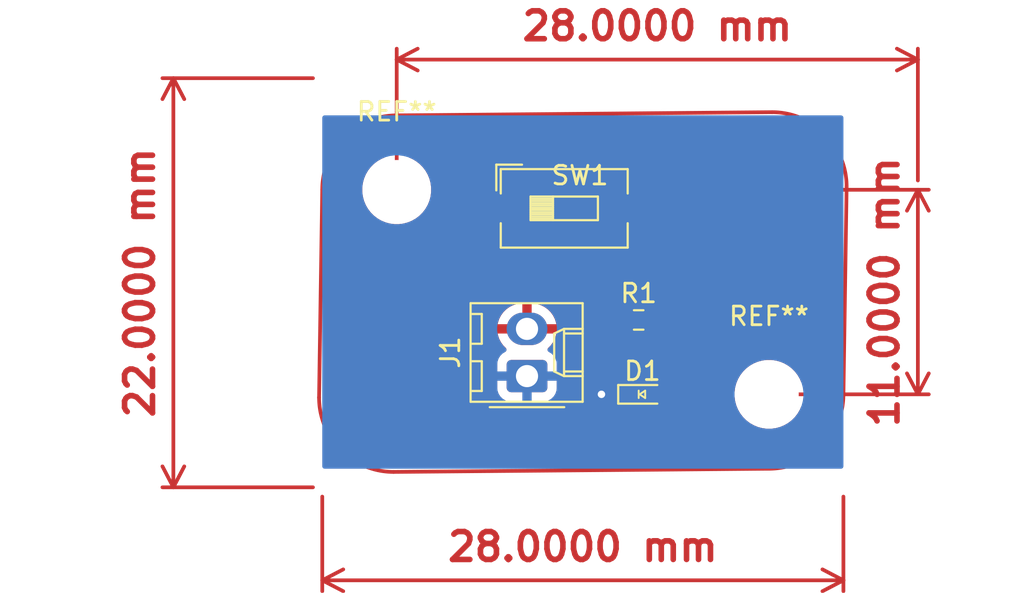
<source format=kicad_pcb>
(kicad_pcb (version 20240108) (generator "pcbnew") (generator_version "8.0")
  (title_block (title "LED Project") (date "2025-9-14") (rev "1.0") (company "Illini Solar Car") (comment 1 "Designed By: Rushil Ramachandran"))
  (layers (0 "F.Cu" signal) (31 "B.Cu" signal) (34 "B.Paste" user) (35 "F.Paste" user) (36 "B.SilkS" user "B.Silkscreen") (37 "F.SilkS" user "F.Silkscreen") (38 "B.Mask" user) (39 "F.Mask" user) (44 "Edge.Cuts" user))
  (net 0 "")
  (net 1 "GND")
  (net 2 "Net-(D1-A)")
  (net 3 "+3V3")
  (net 4 "Net-(R1-Pad1)")
  (footprint "layout:LED_0603_Symbol_on_F.SilkS" (layer "F.Cu") (at 139.2 107)
    (property "Reference" "D1" (at 0 -1.25 0) (layer "F.SilkS"))
    (property "Value" "LED_RED")
    (fp_line (start -1.3 -0.5) (end -1.3 0.5) (stroke (width 0.12)) (layer "F.SilkS"))
    (fp_line (start -1.3 -0.5) (end 0.8 -0.5) (stroke (width 0.12)) (layer "F.SilkS"))
    (fp_line (start -1.3 0.5) (end 0.8 0.5) (stroke (width 0.12)) (layer "F.SilkS"))
    (fp_line (start -0.2 -0.2) (end -0.2 0.2) (stroke (width 0.1)) (layer "F.SilkS"))
    (fp_line (start -0.15 0) (end 0.15 -0.2) (stroke (width 0.1)) (layer "F.SilkS"))
    (fp_line (start 0.15 -0.2) (end 0.15 0.2) (stroke (width 0.1)) (layer "F.SilkS"))
    (fp_line (start 0.15 0.2) (end -0.15 0) (stroke (width 0.1)) (layer "F.SilkS"))
    (pad "1" smd rect (at -0.8 0 180) (size 0.8 0.8) (layers "F.Cu" "F.Paste" "F.Mask") (net 1 "GND"))
    (pad "2" smd rect (at 0.8 0 180) (size 0.8 0.8) (layers "F.Cu" "F.Paste" "F.Mask") (net 2 "Net-(D1-A)"))
  )
  (footprint "MountingHole:MountingHole_3.2mm_M3" (layer "F.Cu") (at 126 96)
    (property "Reference" "REF**" (at 0 -4.2 0) (layer "F.SilkS"))
    (property "Value" "MountingHole_3.2mm_M3")
    (pad "" np_thru_hole circle (at 0 0) (size 3.2 3.2) (drill 3.2) (layers "*.Cu" "*.Mask"))
  )
  (footprint "MountingHole:MountingHole_3.2mm_M3" (layer "F.Cu") (at 146 107)
    (property "Reference" "REF**" (at 0 -4.2 0) (layer "F.SilkS"))
    (property "Value" "MountingHole_3.2mm_M3")
    (pad "" np_thru_hole circle (at 0 0) (size 3.2 3.2) (drill 3.2) (layers "*.Cu" "*.Mask"))
  )
  (footprint "Connector_Molex:Molex_KK-254_AE-6410-02A_1x02_P2.54mm_Vertical" (layer "F.Cu") (at 133 106.02 90)
    (property "Reference" "J1" (at 1.27 -4.12 90) (layer "F.SilkS"))
    (property "Value" "Conn_01x02")
    (fp_line (start 3.92 -3.03) (end -1.38 -3.03) (stroke (width 0.12)) (layer "F.SilkS"))
    (fp_line (start 1.74 -3.03) (end 1.74 -2.43) (stroke (width 0.12)) (layer "F.SilkS"))
    (fp_line (start -0.8 -3.03) (end -0.8 -2.43) (stroke (width 0.12)) (layer "F.SilkS"))
    (fp_line (start -1.38 -3.03) (end -1.38 2.99) (stroke (width 0.12)) (layer "F.SilkS"))
    (fp_line (start 3.34 -2.43) (end 3.34 -3.03) (stroke (width 0.12)) (layer "F.SilkS"))
    (fp_line (start 1.74 -2.43) (end 3.34 -2.43) (stroke (width 0.12)) (layer "F.SilkS"))
    (fp_line (start 0.8 -2.43) (end 0.8 -3.03) (stroke (width 0.12)) (layer "F.SilkS"))
    (fp_line (start -0.8 -2.43) (end 0.8 -2.43) (stroke (width 0.12)) (layer "F.SilkS"))
    (fp_line (start -1.67 -2) (end -1.67 2) (stroke (width 0.12)) (layer "F.SilkS"))
    (fp_line (start 2.29 1.46) (end 2.54 1.99) (stroke (width 0.12)) (layer "F.SilkS"))
    (fp_line (start 0.25 1.46) (end 2.29 1.46) (stroke (width 0.12)) (layer "F.SilkS"))
    (fp_line (start 2.54 1.99) (end 2.54 2.99) (stroke (width 0.12)) (layer "F.SilkS"))
    (fp_line (start 0 1.99) (end 0.25 1.46) (stroke (width 0.12)) (layer "F.SilkS"))
    (fp_line (start 0 1.99) (end 2.54 1.99) (stroke (width 0.12)) (layer "F.SilkS"))
    (fp_line (start 3.92 2.99) (end 3.92 -3.03) (stroke (width 0.12)) (layer "F.SilkS"))
    (fp_line (start 2.29 2.99) (end 2.29 1.99) (stroke (width 0.12)) (layer "F.SilkS"))
    (fp_line (start 0.25 2.99) (end 0.25 1.99) (stroke (width 0.12)) (layer "F.SilkS"))
    (fp_line (start 0 2.99) (end 0 1.99) (stroke (width 0.12)) (layer "F.SilkS"))
    (fp_line (start -1.38 2.99) (end 3.92 2.99) (stroke (width 0.12)) (layer "F.SilkS"))
    (pad "1" thru_hole roundrect (at 0 0 90) (size 1.74 2.19) (drill 1.19) (layers "*.Cu" "*.Mask") (roundrect_rratio 0.143678) (net 1 "GND"))
    (pad "2" thru_hole oval (at 2.54 0 90) (size 1.74 2.19) (drill 1.19) (layers "*.Cu" "*.Mask") (net 3 "+3V3"))
  )
  (footprint "Button_Switch_SMD:SW_DIP_SPSTx01_Slide_6.7x4.1mm_W6.73mm_P2.54mm_LowProfile_JPin" (layer "F.Cu") (at 135 97)
    (property "Reference" "SW1" (at 0.8425 -1.7675 0) (layer "F.SilkS"))
    (property "Value" "SW_Push")
    (fp_line (start -3.65 -2.35) (end -3.65 -0.967) (stroke (width 0.12)) (layer "F.SilkS"))
    (fp_line (start -3.65 -2.35) (end -2.267 -2.35) (stroke (width 0.12)) (layer "F.SilkS"))
    (fp_line (start -3.41 -2.11) (end -3.41 -0.8) (stroke (width 0.12)) (layer "F.SilkS"))
    (fp_line (start -3.41 -2.11) (end 3.41 -2.11) (stroke (width 0.12)) (layer "F.SilkS"))
    (fp_line (start -3.41 0.8) (end -3.41 2.11) (stroke (width 0.12)) (layer "F.SilkS"))
    (fp_line (start -3.41 2.11) (end 3.41 2.11) (stroke (width 0.12)) (layer "F.SilkS"))
    (fp_line (start -1.81 -0.635) (end -1.81 0.635) (stroke (width 0.12)) (layer "F.SilkS"))
    (fp_line (start -1.81 -0.515) (end -0.603333 -0.515) (stroke (width 0.12)) (layer "F.SilkS"))
    (fp_line (start -1.81 -0.395) (end -0.603333 -0.395) (stroke (width 0.12)) (layer "F.SilkS"))
    (fp_line (start -1.81 -0.275) (end -0.603333 -0.275) (stroke (width 0.12)) (layer "F.SilkS"))
    (fp_line (start -1.81 -0.155) (end -0.603333 -0.155) (stroke (width 0.12)) (layer "F.SilkS"))
    (fp_line (start -1.81 -0.035) (end -0.603333 -0.035) (stroke (width 0.12)) (layer "F.SilkS"))
    (fp_line (start -1.81 0.085) (end -0.603333 0.085) (stroke (width 0.12)) (layer "F.SilkS"))
    (fp_line (start -1.81 0.205) (end -0.603333 0.205) (stroke (width 0.12)) (layer "F.SilkS"))
    (fp_line (start -1.81 0.325) (end -0.603333 0.325) (stroke (width 0.12)) (layer "F.SilkS"))
    (fp_line (start -1.81 0.445) (end -0.603333 0.445) (stroke (width 0.12)) (layer "F.SilkS"))
    (fp_line (start -1.81 0.565) (end -0.603333 0.565) (stroke (width 0.12)) (layer "F.SilkS"))
    (fp_line (start -1.81 0.635) (end 1.81 0.635) (stroke (width 0.12)) (layer "F.SilkS"))
    (fp_line (start -0.603333 -0.635) (end -0.603333 0.635) (stroke (width 0.12)) (layer "F.SilkS"))
    (fp_line (start 1.81 -0.635) (end -1.81 -0.635) (stroke (width 0.12)) (layer "F.SilkS"))
    (fp_line (start 1.81 0.635) (end 1.81 -0.635) (stroke (width 0.12)) (layer "F.SilkS"))
    (fp_line (start 3.41 -2.11) (end 3.41 -0.8) (stroke (width 0.12)) (layer "F.SilkS"))
    (fp_line (start 3.41 0.8) (end 3.41 2.11) (stroke (width 0.12)) (layer "F.SilkS"))
    (pad "1" smd rect (at -3.365 0) (size 2.16 1.12) (layers "F.Cu" "F.Paste" "F.Mask") (net 3 "+3V3"))
    (pad "2" smd rect (at 3.365 0) (size 2.16 1.12) (layers "F.Cu" "F.Paste" "F.Mask") (net 4 "Net-(R1-Pad1)"))
  )
  (footprint "Resistor_SMD:R_0603_1608Metric_Pad0.98x0.95mm_HandSolder" (layer "F.Cu") (at 139 103)
    (property "Reference" "R1" (at 0 -1.43 0) (layer "F.SilkS"))
    (property "Value" "105")
    (fp_line (start -0.254724 -0.5225) (end 0.254724 -0.5225) (stroke (width 0.12)) (layer "F.SilkS"))
    (fp_line (start -0.254724 0.5225) (end 0.254724 0.5225) (stroke (width 0.12)) (layer "F.SilkS"))
    (pad "1" smd roundrect (at -0.9125 0) (size 0.975 0.95) (layers "F.Cu" "F.Paste" "F.Mask") (net 4 "Net-(R1-Pad1)"))
    (pad "2" smd roundrect (at 0.9125 0) (size 0.975 0.95) (layers "F.Cu" "F.Paste" "F.Mask") (net 2 "Net-(D1-A)"))
  )
  (gr_arc (start 146.171573 91.828427) (mid 149 93) (end 150.171573 95.828427) (stroke (width 0.2)) (layer "F.Cu"))
  (gr_arc (start 150 107) (mid 148.828427 109.828427) (end 146 111) (stroke (width 0.2)) (layer "F.Cu"))
  (gr_line (start 121.828427 107.171573) (end 122 96) (stroke (width 0.2)) (layer "F.Cu"))
  (gr_line (start 150.171573 95.828427) (end 150 107) (stroke (width 0.2)) (layer "F.Cu"))
  (gr_arc (start 125.828427 111.171573) (mid 123 110) (end 121.828427 107.171573) (stroke (width 0.2)) (layer "F.Cu"))
  (gr_line (start 126 92) (end 146.171573 91.828427) (stroke (width 0.2)) (layer "F.Cu"))
  (gr_line (start 125.828427 111.171573) (end 146 111) (stroke (width 0.2)) (layer "F.Cu"))
  (gr_arc (start 122 96) (mid 123.171573 93.171573) (end 126 92) (stroke (width 0.2)) (layer "F.Cu"))
  (dimension (type aligned) (layer "F.Cu") (pts (xy 150 112) (xy 122 112)) (height -5) (gr_text "28.0000 mm" (at 136 115.2 0) (layer "F.Cu") (effects (font (size 1.5 1.5) (thickness 0.3)))) (format (prefix "") (suffix "") (units 3) (units_format 1) (precision 4)) (style (thickness 0.2) (arrow_length 1.27) (text_position_mode 0) (extension_height 0.58642) (extension_offset 0.5) keep_text_aligned))
  (dimension (type aligned) (layer "F.Cu") (pts (xy 122 112) (xy 122 90)) (height -8) (gr_text "22.0000 mm" (at 112.2 101 90) (layer "F.Cu") (effects (font (size 1.5 1.5) (thickness 0.3)))) (format (prefix "") (suffix "") (units 3) (units_format 1) (precision 4)) (style (thickness 0.2) (arrow_length 1.27) (text_position_mode 0) (extension_height 0.58642) (extension_offset 0.5) keep_text_aligned))
  (dimension (type aligned) (layer "F.Cu") (pts (xy 146 107) (xy 146 96)) (height 8) (gr_text "11.0000 mm" (at 152.2 101.5 90) (layer "F.Cu") (effects (font (size 1.5 1.5) (thickness 0.3)))) (format (prefix "") (suffix "") (units 3) (units_format 1) (precision 4)) (style (thickness 0.2) (arrow_length 1.27) (text_position_mode 0) (extension_height 0.58642) (extension_offset 0.5) keep_text_aligned))
  (dimension (type aligned) (layer "F.Cu") (pts (xy 126 96) (xy 154 96)) (height -7) (gr_text "28.0000 mm" (at 140 87.2 0) (layer "F.Cu") (effects (font (size 1.5 1.5) (thickness 0.3)))) (format (prefix "") (suffix "") (units 3) (units_format 1) (precision 4)) (style (thickness 0.2) (arrow_length 1.27) (text_position_mode 0) (extension_height 0.58642) (extension_offset 0.5) keep_text_aligned))
  (segment (start 138.4 107) (end 137 107) (width 0.25) (layer "F.Cu") (net 1))
  (via (at 137 107) (size 0.8) (drill 0.4) (layers "F.Cu" "B.Cu") (net 1))
  (segment (start 136.02 106.02) (end 133 106.02) (width 0.25) (layer "B.Cu") (net 1))
  (segment (start 137 107) (end 136.02 106.02) (width 0.25) (layer "B.Cu") (net 1))
  (segment (start 139.9125 106.9125) (end 140 107) (width 0.25) (layer "F.Cu") (net 2))
  (segment (start 139.9125 103) (end 139.9125 106.9125) (width 0.25) (layer "F.Cu") (net 2))
  (segment (start 131.635 97) (end 131.635 99.635) (width 0.25) (layer "F.Cu") (net 3))
  (segment (start 131.635 99.635) (end 133 101) (width 0.25) (layer "F.Cu") (net 3))
  (segment (start 133 101) (end 133 103.48) (width 0.25) (layer "F.Cu") (net 3))
  (segment (start 138.0875 103) (end 138.0875 97.2775) (width 0.25) (layer "F.Cu") (net 4))
  (segment (start 138.0875 97.2775) (end 138.365 97) (width 0.25) (layer "F.Cu") (net 4))
  (zone (net 3) (net_name "+3V3") (layer "F.Cu") (priority 2) (connect_pads (clearance 0.508)) (min_thickness 0.25) (fill yes (thermal_gap 0.5) (thermal_bridge_width 0.5))
    (polygon (pts (xy 150 92) (xy 122 92) (xy 122 111) (xy 150 111)))
  )
  (zone (net 1) (net_name "GND") (layer "B.Cu") (priority 1) (connect_pads (clearance 0.508)) (min_thickness 0.25) (fill yes (thermal_gap 0.5) (thermal_bridge_width 0.5))
    (polygon (pts (xy 122 92) (xy 150 92) (xy 150 111) (xy 122 111)))
  )
)
</source>
